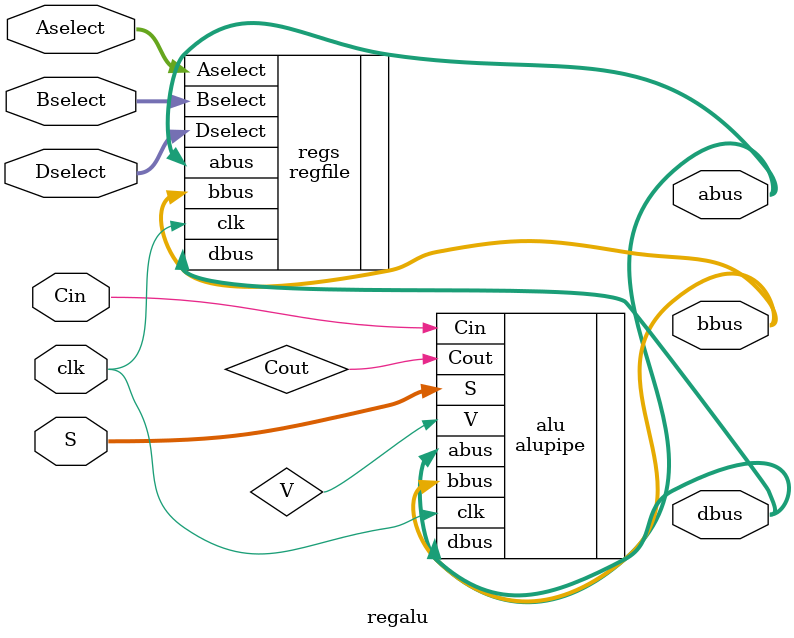
<source format=v>
`timescale 1ns / 10ps 

module regalu(Aselect, Bselect, Dselect, clk, Cin, S, abus, bbus, dbus);

	input [31:0] Aselect, Bselect, Dselect;
	input [2:0] S;
	input clk, Cin;
	
	output [31:0] abus, bbus, dbus;
	
	wire Cout, V;
	
	alupipe alu(.S(S), .abus(abus), .bbus(bbus), .clk(clk), .Cin(Cin), .dbus(dbus), .Cout(Cout), .V(V));
	
	regfile regs(.Aselect(Aselect), .Bselect(Bselect), .Dselect(Dselect), .clk(clk), .abus(abus), .bbus(bbus), .dbus(dbus));
	
endmodule

</source>
